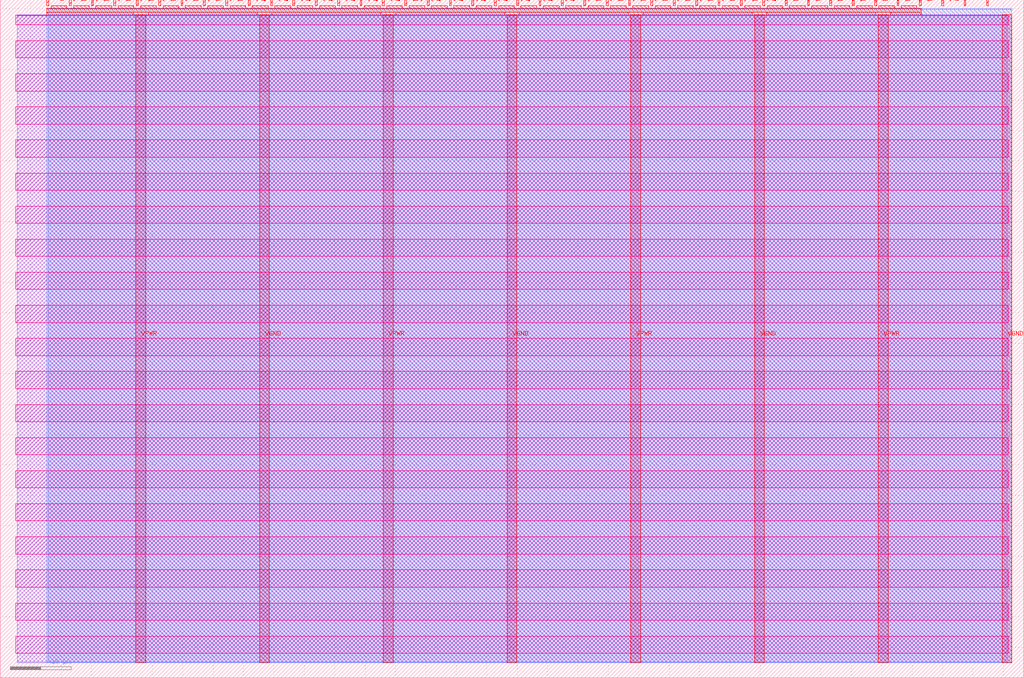
<source format=lef>
VERSION 5.7 ;
  NOWIREEXTENSIONATPIN ON ;
  DIVIDERCHAR "/" ;
  BUSBITCHARS "[]" ;
MACRO tt_um_chip_SP_measure_delay
  CLASS BLOCK ;
  FOREIGN tt_um_chip_SP_measure_delay ;
  ORIGIN 0.000 0.000 ;
  SIZE 168.360 BY 111.520 ;
  PIN VGND
    DIRECTION INOUT ;
    USE GROUND ;
    PORT
      LAYER met4 ;
        RECT 42.670 2.480 44.270 109.040 ;
    END
    PORT
      LAYER met4 ;
        RECT 83.380 2.480 84.980 109.040 ;
    END
    PORT
      LAYER met4 ;
        RECT 124.090 2.480 125.690 109.040 ;
    END
    PORT
      LAYER met4 ;
        RECT 164.800 2.480 166.400 109.040 ;
    END
  END VGND
  PIN VPWR
    DIRECTION INOUT ;
    USE POWER ;
    PORT
      LAYER met4 ;
        RECT 22.315 2.480 23.915 109.040 ;
    END
    PORT
      LAYER met4 ;
        RECT 63.025 2.480 64.625 109.040 ;
    END
    PORT
      LAYER met4 ;
        RECT 103.735 2.480 105.335 109.040 ;
    END
    PORT
      LAYER met4 ;
        RECT 144.445 2.480 146.045 109.040 ;
    END
  END VPWR
  PIN clk
    DIRECTION INPUT ;
    USE SIGNAL ;
    PORT
      LAYER met4 ;
        RECT 158.550 110.520 158.850 111.520 ;
    END
  END clk
  PIN ena
    DIRECTION INPUT ;
    USE SIGNAL ;
    PORT
      LAYER met4 ;
        RECT 162.230 110.520 162.530 111.520 ;
    END
  END ena
  PIN rst_n
    DIRECTION INPUT ;
    USE SIGNAL ;
    PORT
      LAYER met4 ;
        RECT 154.870 110.520 155.170 111.520 ;
    END
  END rst_n
  PIN ui_in[0]
    DIRECTION INPUT ;
    USE SIGNAL ;
    ANTENNAGATEAREA 0.196500 ;
    PORT
      LAYER met4 ;
        RECT 151.190 110.520 151.490 111.520 ;
    END
  END ui_in[0]
  PIN ui_in[1]
    DIRECTION INPUT ;
    USE SIGNAL ;
    ANTENNAGATEAREA 0.196500 ;
    PORT
      LAYER met4 ;
        RECT 147.510 110.520 147.810 111.520 ;
    END
  END ui_in[1]
  PIN ui_in[2]
    DIRECTION INPUT ;
    USE SIGNAL ;
    PORT
      LAYER met4 ;
        RECT 143.830 110.520 144.130 111.520 ;
    END
  END ui_in[2]
  PIN ui_in[3]
    DIRECTION INPUT ;
    USE SIGNAL ;
    PORT
      LAYER met4 ;
        RECT 140.150 110.520 140.450 111.520 ;
    END
  END ui_in[3]
  PIN ui_in[4]
    DIRECTION INPUT ;
    USE SIGNAL ;
    PORT
      LAYER met4 ;
        RECT 136.470 110.520 136.770 111.520 ;
    END
  END ui_in[4]
  PIN ui_in[5]
    DIRECTION INPUT ;
    USE SIGNAL ;
    PORT
      LAYER met4 ;
        RECT 132.790 110.520 133.090 111.520 ;
    END
  END ui_in[5]
  PIN ui_in[6]
    DIRECTION INPUT ;
    USE SIGNAL ;
    PORT
      LAYER met4 ;
        RECT 129.110 110.520 129.410 111.520 ;
    END
  END ui_in[6]
  PIN ui_in[7]
    DIRECTION INPUT ;
    USE SIGNAL ;
    PORT
      LAYER met4 ;
        RECT 125.430 110.520 125.730 111.520 ;
    END
  END ui_in[7]
  PIN uio_in[0]
    DIRECTION INPUT ;
    USE SIGNAL ;
    PORT
      LAYER met4 ;
        RECT 121.750 110.520 122.050 111.520 ;
    END
  END uio_in[0]
  PIN uio_in[1]
    DIRECTION INPUT ;
    USE SIGNAL ;
    PORT
      LAYER met4 ;
        RECT 118.070 110.520 118.370 111.520 ;
    END
  END uio_in[1]
  PIN uio_in[2]
    DIRECTION INPUT ;
    USE SIGNAL ;
    PORT
      LAYER met4 ;
        RECT 114.390 110.520 114.690 111.520 ;
    END
  END uio_in[2]
  PIN uio_in[3]
    DIRECTION INPUT ;
    USE SIGNAL ;
    PORT
      LAYER met4 ;
        RECT 110.710 110.520 111.010 111.520 ;
    END
  END uio_in[3]
  PIN uio_in[4]
    DIRECTION INPUT ;
    USE SIGNAL ;
    PORT
      LAYER met4 ;
        RECT 107.030 110.520 107.330 111.520 ;
    END
  END uio_in[4]
  PIN uio_in[5]
    DIRECTION INPUT ;
    USE SIGNAL ;
    PORT
      LAYER met4 ;
        RECT 103.350 110.520 103.650 111.520 ;
    END
  END uio_in[5]
  PIN uio_in[6]
    DIRECTION INPUT ;
    USE SIGNAL ;
    PORT
      LAYER met4 ;
        RECT 99.670 110.520 99.970 111.520 ;
    END
  END uio_in[6]
  PIN uio_in[7]
    DIRECTION INPUT ;
    USE SIGNAL ;
    PORT
      LAYER met4 ;
        RECT 95.990 110.520 96.290 111.520 ;
    END
  END uio_in[7]
  PIN uio_oe[0]
    DIRECTION OUTPUT TRISTATE ;
    USE SIGNAL ;
    PORT
      LAYER met4 ;
        RECT 33.430 110.520 33.730 111.520 ;
    END
  END uio_oe[0]
  PIN uio_oe[1]
    DIRECTION OUTPUT TRISTATE ;
    USE SIGNAL ;
    PORT
      LAYER met4 ;
        RECT 29.750 110.520 30.050 111.520 ;
    END
  END uio_oe[1]
  PIN uio_oe[2]
    DIRECTION OUTPUT TRISTATE ;
    USE SIGNAL ;
    PORT
      LAYER met4 ;
        RECT 26.070 110.520 26.370 111.520 ;
    END
  END uio_oe[2]
  PIN uio_oe[3]
    DIRECTION OUTPUT TRISTATE ;
    USE SIGNAL ;
    PORT
      LAYER met4 ;
        RECT 22.390 110.520 22.690 111.520 ;
    END
  END uio_oe[3]
  PIN uio_oe[4]
    DIRECTION OUTPUT TRISTATE ;
    USE SIGNAL ;
    PORT
      LAYER met4 ;
        RECT 18.710 110.520 19.010 111.520 ;
    END
  END uio_oe[4]
  PIN uio_oe[5]
    DIRECTION OUTPUT TRISTATE ;
    USE SIGNAL ;
    PORT
      LAYER met4 ;
        RECT 15.030 110.520 15.330 111.520 ;
    END
  END uio_oe[5]
  PIN uio_oe[6]
    DIRECTION OUTPUT TRISTATE ;
    USE SIGNAL ;
    PORT
      LAYER met4 ;
        RECT 11.350 110.520 11.650 111.520 ;
    END
  END uio_oe[6]
  PIN uio_oe[7]
    DIRECTION OUTPUT TRISTATE ;
    USE SIGNAL ;
    PORT
      LAYER met4 ;
        RECT 7.670 110.520 7.970 111.520 ;
    END
  END uio_oe[7]
  PIN uio_out[0]
    DIRECTION OUTPUT TRISTATE ;
    USE SIGNAL ;
    PORT
      LAYER met4 ;
        RECT 62.870 110.520 63.170 111.520 ;
    END
  END uio_out[0]
  PIN uio_out[1]
    DIRECTION OUTPUT TRISTATE ;
    USE SIGNAL ;
    PORT
      LAYER met4 ;
        RECT 59.190 110.520 59.490 111.520 ;
    END
  END uio_out[1]
  PIN uio_out[2]
    DIRECTION OUTPUT TRISTATE ;
    USE SIGNAL ;
    PORT
      LAYER met4 ;
        RECT 55.510 110.520 55.810 111.520 ;
    END
  END uio_out[2]
  PIN uio_out[3]
    DIRECTION OUTPUT TRISTATE ;
    USE SIGNAL ;
    PORT
      LAYER met4 ;
        RECT 51.830 110.520 52.130 111.520 ;
    END
  END uio_out[3]
  PIN uio_out[4]
    DIRECTION OUTPUT TRISTATE ;
    USE SIGNAL ;
    PORT
      LAYER met4 ;
        RECT 48.150 110.520 48.450 111.520 ;
    END
  END uio_out[4]
  PIN uio_out[5]
    DIRECTION OUTPUT TRISTATE ;
    USE SIGNAL ;
    PORT
      LAYER met4 ;
        RECT 44.470 110.520 44.770 111.520 ;
    END
  END uio_out[5]
  PIN uio_out[6]
    DIRECTION OUTPUT TRISTATE ;
    USE SIGNAL ;
    PORT
      LAYER met4 ;
        RECT 40.790 110.520 41.090 111.520 ;
    END
  END uio_out[6]
  PIN uio_out[7]
    DIRECTION OUTPUT TRISTATE ;
    USE SIGNAL ;
    PORT
      LAYER met4 ;
        RECT 37.110 110.520 37.410 111.520 ;
    END
  END uio_out[7]
  PIN uo_out[0]
    DIRECTION OUTPUT TRISTATE ;
    USE SIGNAL ;
    ANTENNADIFFAREA 0.445500 ;
    PORT
      LAYER met4 ;
        RECT 92.310 110.520 92.610 111.520 ;
    END
  END uo_out[0]
  PIN uo_out[1]
    DIRECTION OUTPUT TRISTATE ;
    USE SIGNAL ;
    ANTENNADIFFAREA 0.795200 ;
    PORT
      LAYER met4 ;
        RECT 88.630 110.520 88.930 111.520 ;
    END
  END uo_out[1]
  PIN uo_out[2]
    DIRECTION OUTPUT TRISTATE ;
    USE SIGNAL ;
    ANTENNADIFFAREA 0.445500 ;
    PORT
      LAYER met4 ;
        RECT 84.950 110.520 85.250 111.520 ;
    END
  END uo_out[2]
  PIN uo_out[3]
    DIRECTION OUTPUT TRISTATE ;
    USE SIGNAL ;
    PORT
      LAYER met4 ;
        RECT 81.270 110.520 81.570 111.520 ;
    END
  END uo_out[3]
  PIN uo_out[4]
    DIRECTION OUTPUT TRISTATE ;
    USE SIGNAL ;
    PORT
      LAYER met4 ;
        RECT 77.590 110.520 77.890 111.520 ;
    END
  END uo_out[4]
  PIN uo_out[5]
    DIRECTION OUTPUT TRISTATE ;
    USE SIGNAL ;
    PORT
      LAYER met4 ;
        RECT 73.910 110.520 74.210 111.520 ;
    END
  END uo_out[5]
  PIN uo_out[6]
    DIRECTION OUTPUT TRISTATE ;
    USE SIGNAL ;
    PORT
      LAYER met4 ;
        RECT 70.230 110.520 70.530 111.520 ;
    END
  END uo_out[6]
  PIN uo_out[7]
    DIRECTION OUTPUT TRISTATE ;
    USE SIGNAL ;
    PORT
      LAYER met4 ;
        RECT 66.550 110.520 66.850 111.520 ;
    END
  END uo_out[7]
  OBS
      LAYER nwell ;
        RECT 2.570 107.385 165.790 108.990 ;
        RECT 2.570 101.945 165.790 104.775 ;
        RECT 2.570 96.505 165.790 99.335 ;
        RECT 2.570 91.065 165.790 93.895 ;
        RECT 2.570 85.625 165.790 88.455 ;
        RECT 2.570 80.185 165.790 83.015 ;
        RECT 2.570 74.745 165.790 77.575 ;
        RECT 2.570 69.305 165.790 72.135 ;
        RECT 2.570 63.865 165.790 66.695 ;
        RECT 2.570 58.425 165.790 61.255 ;
        RECT 2.570 52.985 165.790 55.815 ;
        RECT 2.570 47.545 165.790 50.375 ;
        RECT 2.570 42.105 165.790 44.935 ;
        RECT 2.570 36.665 165.790 39.495 ;
        RECT 2.570 31.225 165.790 34.055 ;
        RECT 2.570 25.785 165.790 28.615 ;
        RECT 2.570 20.345 165.790 23.175 ;
        RECT 2.570 14.905 165.790 17.735 ;
        RECT 2.570 9.465 165.790 12.295 ;
        RECT 2.570 4.025 165.790 6.855 ;
      LAYER li1 ;
        RECT 2.760 2.635 165.600 108.885 ;
      LAYER met1 ;
        RECT 2.760 2.480 166.400 109.040 ;
      LAYER met2 ;
        RECT 7.910 2.535 166.370 110.005 ;
      LAYER met3 ;
        RECT 7.630 2.555 166.390 109.985 ;
      LAYER met4 ;
        RECT 8.370 110.120 10.950 110.520 ;
        RECT 12.050 110.120 14.630 110.520 ;
        RECT 15.730 110.120 18.310 110.520 ;
        RECT 19.410 110.120 21.990 110.520 ;
        RECT 23.090 110.120 25.670 110.520 ;
        RECT 26.770 110.120 29.350 110.520 ;
        RECT 30.450 110.120 33.030 110.520 ;
        RECT 34.130 110.120 36.710 110.520 ;
        RECT 37.810 110.120 40.390 110.520 ;
        RECT 41.490 110.120 44.070 110.520 ;
        RECT 45.170 110.120 47.750 110.520 ;
        RECT 48.850 110.120 51.430 110.520 ;
        RECT 52.530 110.120 55.110 110.520 ;
        RECT 56.210 110.120 58.790 110.520 ;
        RECT 59.890 110.120 62.470 110.520 ;
        RECT 63.570 110.120 66.150 110.520 ;
        RECT 67.250 110.120 69.830 110.520 ;
        RECT 70.930 110.120 73.510 110.520 ;
        RECT 74.610 110.120 77.190 110.520 ;
        RECT 78.290 110.120 80.870 110.520 ;
        RECT 81.970 110.120 84.550 110.520 ;
        RECT 85.650 110.120 88.230 110.520 ;
        RECT 89.330 110.120 91.910 110.520 ;
        RECT 93.010 110.120 95.590 110.520 ;
        RECT 96.690 110.120 99.270 110.520 ;
        RECT 100.370 110.120 102.950 110.520 ;
        RECT 104.050 110.120 106.630 110.520 ;
        RECT 107.730 110.120 110.310 110.520 ;
        RECT 111.410 110.120 113.990 110.520 ;
        RECT 115.090 110.120 117.670 110.520 ;
        RECT 118.770 110.120 121.350 110.520 ;
        RECT 122.450 110.120 125.030 110.520 ;
        RECT 126.130 110.120 128.710 110.520 ;
        RECT 129.810 110.120 132.390 110.520 ;
        RECT 133.490 110.120 136.070 110.520 ;
        RECT 137.170 110.120 139.750 110.520 ;
        RECT 140.850 110.120 143.430 110.520 ;
        RECT 144.530 110.120 147.110 110.520 ;
        RECT 148.210 110.120 150.790 110.520 ;
        RECT 7.655 109.440 151.505 110.120 ;
        RECT 7.655 108.975 21.915 109.440 ;
        RECT 24.315 108.975 42.270 109.440 ;
        RECT 44.670 108.975 62.625 109.440 ;
        RECT 65.025 108.975 82.980 109.440 ;
        RECT 85.380 108.975 103.335 109.440 ;
        RECT 105.735 108.975 123.690 109.440 ;
        RECT 126.090 108.975 144.045 109.440 ;
        RECT 146.445 108.975 151.505 109.440 ;
  END
END tt_um_chip_SP_measure_delay
END LIBRARY


</source>
